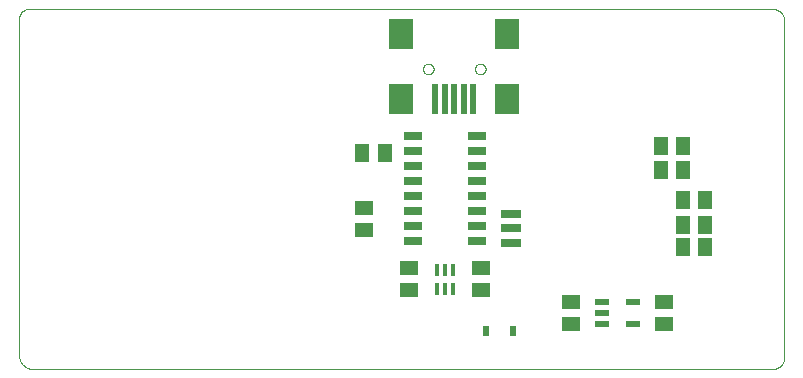
<source format=gbp>
G75*
%MOIN*%
%OFA0B0*%
%FSLAX25Y25*%
%IPPOS*%
%LPD*%
%AMOC8*
5,1,8,0,0,1.08239X$1,22.5*
%
%ADD10C,0.00000*%
%ADD11R,0.05906X0.05118*%
%ADD12R,0.04724X0.02165*%
%ADD13R,0.06000X0.02500*%
%ADD14R,0.01969X0.09843*%
%ADD15R,0.07874X0.09843*%
%ADD16R,0.02480X0.03268*%
%ADD17R,0.06693X0.02756*%
%ADD18R,0.05118X0.05906*%
%ADD19R,0.05118X0.06299*%
%ADD20R,0.06299X0.05118*%
%ADD21R,0.01181X0.03898*%
D10*
X0017787Y0009867D02*
X0264913Y0009867D01*
X0265037Y0009869D01*
X0265160Y0009875D01*
X0265284Y0009884D01*
X0265406Y0009898D01*
X0265529Y0009915D01*
X0265651Y0009937D01*
X0265772Y0009962D01*
X0265892Y0009991D01*
X0266011Y0010023D01*
X0266130Y0010060D01*
X0266247Y0010100D01*
X0266362Y0010143D01*
X0266477Y0010191D01*
X0266589Y0010242D01*
X0266700Y0010296D01*
X0266810Y0010354D01*
X0266917Y0010415D01*
X0267023Y0010480D01*
X0267126Y0010548D01*
X0267227Y0010619D01*
X0267326Y0010693D01*
X0267423Y0010770D01*
X0267517Y0010851D01*
X0267608Y0010934D01*
X0267697Y0011020D01*
X0267783Y0011109D01*
X0267866Y0011200D01*
X0267947Y0011294D01*
X0268024Y0011391D01*
X0268098Y0011490D01*
X0268169Y0011591D01*
X0268237Y0011694D01*
X0268302Y0011800D01*
X0268363Y0011907D01*
X0268421Y0012017D01*
X0268475Y0012128D01*
X0268526Y0012240D01*
X0268574Y0012355D01*
X0268617Y0012470D01*
X0268657Y0012587D01*
X0268694Y0012706D01*
X0268726Y0012825D01*
X0268755Y0012945D01*
X0268780Y0013066D01*
X0268802Y0013188D01*
X0268819Y0013311D01*
X0268833Y0013433D01*
X0268842Y0013557D01*
X0268848Y0013680D01*
X0268850Y0013804D01*
X0268850Y0125930D01*
X0268848Y0126054D01*
X0268842Y0126177D01*
X0268833Y0126301D01*
X0268819Y0126423D01*
X0268802Y0126546D01*
X0268780Y0126668D01*
X0268755Y0126789D01*
X0268726Y0126909D01*
X0268694Y0127028D01*
X0268657Y0127147D01*
X0268617Y0127264D01*
X0268574Y0127379D01*
X0268526Y0127494D01*
X0268475Y0127606D01*
X0268421Y0127717D01*
X0268363Y0127827D01*
X0268302Y0127934D01*
X0268237Y0128040D01*
X0268169Y0128143D01*
X0268098Y0128244D01*
X0268024Y0128343D01*
X0267947Y0128440D01*
X0267866Y0128534D01*
X0267783Y0128625D01*
X0267697Y0128714D01*
X0267608Y0128800D01*
X0267517Y0128883D01*
X0267423Y0128964D01*
X0267326Y0129041D01*
X0267227Y0129115D01*
X0267126Y0129186D01*
X0267023Y0129254D01*
X0266917Y0129319D01*
X0266810Y0129380D01*
X0266700Y0129438D01*
X0266589Y0129492D01*
X0266477Y0129543D01*
X0266362Y0129591D01*
X0266247Y0129634D01*
X0266130Y0129674D01*
X0266011Y0129711D01*
X0265892Y0129743D01*
X0265772Y0129772D01*
X0265651Y0129797D01*
X0265529Y0129819D01*
X0265406Y0129836D01*
X0265284Y0129850D01*
X0265160Y0129859D01*
X0265037Y0129865D01*
X0264913Y0129867D01*
X0017787Y0129867D01*
X0013850Y0127180D02*
X0013850Y0015054D01*
X0013833Y0014921D01*
X0013821Y0014788D01*
X0013813Y0014654D01*
X0013808Y0014520D01*
X0013807Y0014386D01*
X0013810Y0014252D01*
X0013817Y0014119D01*
X0013828Y0013985D01*
X0013843Y0013852D01*
X0013862Y0013719D01*
X0013885Y0013587D01*
X0013911Y0013456D01*
X0013941Y0013325D01*
X0013975Y0013196D01*
X0014013Y0013067D01*
X0014054Y0012940D01*
X0014100Y0012814D01*
X0014148Y0012689D01*
X0014201Y0012566D01*
X0014257Y0012444D01*
X0014316Y0012324D01*
X0014379Y0012206D01*
X0014446Y0012090D01*
X0014515Y0011975D01*
X0014588Y0011863D01*
X0014665Y0011753D01*
X0014744Y0011645D01*
X0014826Y0011539D01*
X0014912Y0011436D01*
X0015001Y0011336D01*
X0015092Y0011238D01*
X0015186Y0011143D01*
X0015283Y0011050D01*
X0015383Y0010961D01*
X0015485Y0010874D01*
X0015589Y0010790D01*
X0015697Y0010710D01*
X0015806Y0010632D01*
X0015917Y0010558D01*
X0016031Y0010487D01*
X0016147Y0010420D01*
X0016264Y0010356D01*
X0016384Y0010295D01*
X0016505Y0010238D01*
X0016627Y0010184D01*
X0016752Y0010134D01*
X0016877Y0010087D01*
X0017004Y0010044D01*
X0017132Y0010005D01*
X0017262Y0009970D01*
X0017392Y0009938D01*
X0017523Y0009911D01*
X0017655Y0009887D01*
X0017787Y0009867D01*
X0148417Y0109867D02*
X0148419Y0109951D01*
X0148425Y0110034D01*
X0148435Y0110117D01*
X0148449Y0110200D01*
X0148466Y0110282D01*
X0148488Y0110363D01*
X0148513Y0110442D01*
X0148542Y0110521D01*
X0148575Y0110598D01*
X0148611Y0110673D01*
X0148651Y0110747D01*
X0148694Y0110819D01*
X0148741Y0110888D01*
X0148791Y0110955D01*
X0148844Y0111020D01*
X0148900Y0111082D01*
X0148958Y0111142D01*
X0149020Y0111199D01*
X0149084Y0111252D01*
X0149151Y0111303D01*
X0149220Y0111350D01*
X0149291Y0111395D01*
X0149364Y0111435D01*
X0149439Y0111472D01*
X0149516Y0111506D01*
X0149594Y0111536D01*
X0149673Y0111562D01*
X0149754Y0111585D01*
X0149836Y0111603D01*
X0149918Y0111618D01*
X0150001Y0111629D01*
X0150084Y0111636D01*
X0150168Y0111639D01*
X0150252Y0111638D01*
X0150335Y0111633D01*
X0150419Y0111624D01*
X0150501Y0111611D01*
X0150583Y0111595D01*
X0150664Y0111574D01*
X0150745Y0111550D01*
X0150823Y0111522D01*
X0150901Y0111490D01*
X0150977Y0111454D01*
X0151051Y0111415D01*
X0151123Y0111373D01*
X0151193Y0111327D01*
X0151261Y0111278D01*
X0151326Y0111226D01*
X0151389Y0111171D01*
X0151449Y0111113D01*
X0151507Y0111052D01*
X0151561Y0110988D01*
X0151613Y0110922D01*
X0151661Y0110854D01*
X0151706Y0110783D01*
X0151747Y0110710D01*
X0151786Y0110636D01*
X0151820Y0110560D01*
X0151851Y0110482D01*
X0151878Y0110403D01*
X0151902Y0110322D01*
X0151921Y0110241D01*
X0151937Y0110159D01*
X0151949Y0110076D01*
X0151957Y0109992D01*
X0151961Y0109909D01*
X0151961Y0109825D01*
X0151957Y0109742D01*
X0151949Y0109658D01*
X0151937Y0109575D01*
X0151921Y0109493D01*
X0151902Y0109412D01*
X0151878Y0109331D01*
X0151851Y0109252D01*
X0151820Y0109174D01*
X0151786Y0109098D01*
X0151747Y0109024D01*
X0151706Y0108951D01*
X0151661Y0108880D01*
X0151613Y0108812D01*
X0151561Y0108746D01*
X0151507Y0108682D01*
X0151449Y0108621D01*
X0151389Y0108563D01*
X0151326Y0108508D01*
X0151261Y0108456D01*
X0151193Y0108407D01*
X0151123Y0108361D01*
X0151051Y0108319D01*
X0150977Y0108280D01*
X0150901Y0108244D01*
X0150823Y0108212D01*
X0150745Y0108184D01*
X0150664Y0108160D01*
X0150583Y0108139D01*
X0150501Y0108123D01*
X0150419Y0108110D01*
X0150335Y0108101D01*
X0150252Y0108096D01*
X0150168Y0108095D01*
X0150084Y0108098D01*
X0150001Y0108105D01*
X0149918Y0108116D01*
X0149836Y0108131D01*
X0149754Y0108149D01*
X0149673Y0108172D01*
X0149594Y0108198D01*
X0149516Y0108228D01*
X0149439Y0108262D01*
X0149364Y0108299D01*
X0149291Y0108339D01*
X0149220Y0108384D01*
X0149151Y0108431D01*
X0149084Y0108482D01*
X0149020Y0108535D01*
X0148958Y0108592D01*
X0148900Y0108652D01*
X0148844Y0108714D01*
X0148791Y0108779D01*
X0148741Y0108846D01*
X0148694Y0108915D01*
X0148651Y0108987D01*
X0148611Y0109061D01*
X0148575Y0109136D01*
X0148542Y0109213D01*
X0148513Y0109292D01*
X0148488Y0109371D01*
X0148466Y0109452D01*
X0148449Y0109534D01*
X0148435Y0109617D01*
X0148425Y0109700D01*
X0148419Y0109783D01*
X0148417Y0109867D01*
X0165739Y0109867D02*
X0165741Y0109951D01*
X0165747Y0110034D01*
X0165757Y0110117D01*
X0165771Y0110200D01*
X0165788Y0110282D01*
X0165810Y0110363D01*
X0165835Y0110442D01*
X0165864Y0110521D01*
X0165897Y0110598D01*
X0165933Y0110673D01*
X0165973Y0110747D01*
X0166016Y0110819D01*
X0166063Y0110888D01*
X0166113Y0110955D01*
X0166166Y0111020D01*
X0166222Y0111082D01*
X0166280Y0111142D01*
X0166342Y0111199D01*
X0166406Y0111252D01*
X0166473Y0111303D01*
X0166542Y0111350D01*
X0166613Y0111395D01*
X0166686Y0111435D01*
X0166761Y0111472D01*
X0166838Y0111506D01*
X0166916Y0111536D01*
X0166995Y0111562D01*
X0167076Y0111585D01*
X0167158Y0111603D01*
X0167240Y0111618D01*
X0167323Y0111629D01*
X0167406Y0111636D01*
X0167490Y0111639D01*
X0167574Y0111638D01*
X0167657Y0111633D01*
X0167741Y0111624D01*
X0167823Y0111611D01*
X0167905Y0111595D01*
X0167986Y0111574D01*
X0168067Y0111550D01*
X0168145Y0111522D01*
X0168223Y0111490D01*
X0168299Y0111454D01*
X0168373Y0111415D01*
X0168445Y0111373D01*
X0168515Y0111327D01*
X0168583Y0111278D01*
X0168648Y0111226D01*
X0168711Y0111171D01*
X0168771Y0111113D01*
X0168829Y0111052D01*
X0168883Y0110988D01*
X0168935Y0110922D01*
X0168983Y0110854D01*
X0169028Y0110783D01*
X0169069Y0110710D01*
X0169108Y0110636D01*
X0169142Y0110560D01*
X0169173Y0110482D01*
X0169200Y0110403D01*
X0169224Y0110322D01*
X0169243Y0110241D01*
X0169259Y0110159D01*
X0169271Y0110076D01*
X0169279Y0109992D01*
X0169283Y0109909D01*
X0169283Y0109825D01*
X0169279Y0109742D01*
X0169271Y0109658D01*
X0169259Y0109575D01*
X0169243Y0109493D01*
X0169224Y0109412D01*
X0169200Y0109331D01*
X0169173Y0109252D01*
X0169142Y0109174D01*
X0169108Y0109098D01*
X0169069Y0109024D01*
X0169028Y0108951D01*
X0168983Y0108880D01*
X0168935Y0108812D01*
X0168883Y0108746D01*
X0168829Y0108682D01*
X0168771Y0108621D01*
X0168711Y0108563D01*
X0168648Y0108508D01*
X0168583Y0108456D01*
X0168515Y0108407D01*
X0168445Y0108361D01*
X0168373Y0108319D01*
X0168299Y0108280D01*
X0168223Y0108244D01*
X0168145Y0108212D01*
X0168067Y0108184D01*
X0167986Y0108160D01*
X0167905Y0108139D01*
X0167823Y0108123D01*
X0167741Y0108110D01*
X0167657Y0108101D01*
X0167574Y0108096D01*
X0167490Y0108095D01*
X0167406Y0108098D01*
X0167323Y0108105D01*
X0167240Y0108116D01*
X0167158Y0108131D01*
X0167076Y0108149D01*
X0166995Y0108172D01*
X0166916Y0108198D01*
X0166838Y0108228D01*
X0166761Y0108262D01*
X0166686Y0108299D01*
X0166613Y0108339D01*
X0166542Y0108384D01*
X0166473Y0108431D01*
X0166406Y0108482D01*
X0166342Y0108535D01*
X0166280Y0108592D01*
X0166222Y0108652D01*
X0166166Y0108714D01*
X0166113Y0108779D01*
X0166063Y0108846D01*
X0166016Y0108915D01*
X0165973Y0108987D01*
X0165933Y0109061D01*
X0165897Y0109136D01*
X0165864Y0109213D01*
X0165835Y0109292D01*
X0165810Y0109371D01*
X0165788Y0109452D01*
X0165771Y0109534D01*
X0165757Y0109617D01*
X0165747Y0109700D01*
X0165741Y0109783D01*
X0165739Y0109867D01*
X0017787Y0129867D02*
X0017673Y0129886D01*
X0017559Y0129901D01*
X0017445Y0129913D01*
X0017330Y0129921D01*
X0017215Y0129925D01*
X0017100Y0129924D01*
X0016985Y0129920D01*
X0016870Y0129912D01*
X0016756Y0129900D01*
X0016642Y0129885D01*
X0016528Y0129865D01*
X0016416Y0129841D01*
X0016304Y0129814D01*
X0016193Y0129783D01*
X0016084Y0129748D01*
X0015975Y0129709D01*
X0015868Y0129667D01*
X0015763Y0129621D01*
X0015659Y0129571D01*
X0015557Y0129518D01*
X0015457Y0129462D01*
X0015358Y0129402D01*
X0015262Y0129339D01*
X0015168Y0129272D01*
X0015077Y0129202D01*
X0014988Y0129130D01*
X0014901Y0129054D01*
X0014817Y0128975D01*
X0014736Y0128894D01*
X0014657Y0128810D01*
X0014582Y0128723D01*
X0014509Y0128633D01*
X0014440Y0128542D01*
X0014374Y0128448D01*
X0014311Y0128351D01*
X0014251Y0128253D01*
X0014195Y0128152D01*
X0014142Y0128050D01*
X0014093Y0127946D01*
X0014047Y0127841D01*
X0014005Y0127733D01*
X0013966Y0127625D01*
X0013932Y0127515D01*
X0013901Y0127404D01*
X0013874Y0127293D01*
X0013850Y0127180D01*
D11*
X0197600Y0032357D03*
X0197600Y0024877D03*
X0228850Y0024877D03*
X0228850Y0032357D03*
D12*
X0218344Y0032357D03*
X0208106Y0032357D03*
X0208106Y0028617D03*
X0208106Y0024877D03*
X0218344Y0024877D03*
D13*
X0166335Y0052367D03*
X0166335Y0057367D03*
X0166335Y0062367D03*
X0166335Y0067367D03*
X0166335Y0072367D03*
X0166335Y0077367D03*
X0166335Y0082367D03*
X0166335Y0087367D03*
X0145115Y0087367D03*
X0145115Y0082367D03*
X0145115Y0077367D03*
X0145115Y0072367D03*
X0145115Y0067367D03*
X0145115Y0062367D03*
X0145115Y0057367D03*
X0145115Y0052367D03*
D14*
X0152551Y0100024D03*
X0155700Y0100024D03*
X0158850Y0100024D03*
X0162000Y0100024D03*
X0165149Y0100024D03*
D15*
X0176567Y0100024D03*
X0141133Y0100024D03*
X0141133Y0121678D03*
X0176567Y0121678D03*
D16*
X0178378Y0022367D03*
X0169322Y0022367D03*
D17*
X0177600Y0052017D03*
X0177600Y0056742D03*
X0177600Y0061466D03*
D18*
X0135715Y0081742D03*
X0128235Y0081742D03*
D19*
X0227610Y0084242D03*
X0235090Y0084242D03*
X0235090Y0076117D03*
X0227610Y0076117D03*
X0235110Y0066117D03*
X0242590Y0066117D03*
X0242590Y0057992D03*
X0235110Y0057992D03*
X0235110Y0050492D03*
X0242590Y0050492D03*
D20*
X0167600Y0043607D03*
X0167600Y0036127D03*
X0143850Y0036127D03*
X0143850Y0043607D03*
X0128850Y0056127D03*
X0128850Y0063607D03*
D21*
X0153166Y0043016D03*
X0155725Y0043016D03*
X0158284Y0043016D03*
X0158284Y0036678D03*
X0155725Y0036678D03*
X0153166Y0036678D03*
M02*

</source>
